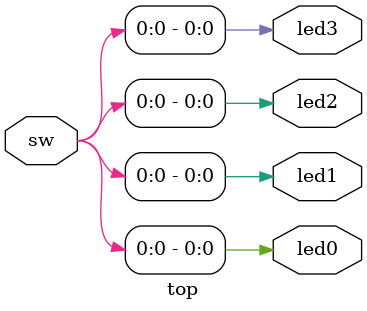
<source format=v>
`timescale 1ns / 1ps


module top(
    input wire [3:0] sw,
    output wire led0,
    output wire led1,
    output wire led2,
    output wire led3
    );
    
    assign led0 = sw[0];
    assign led1 = sw[0];
    assign led2 = sw[0];
    assign led3 = sw[0];
    
endmodule

</source>
